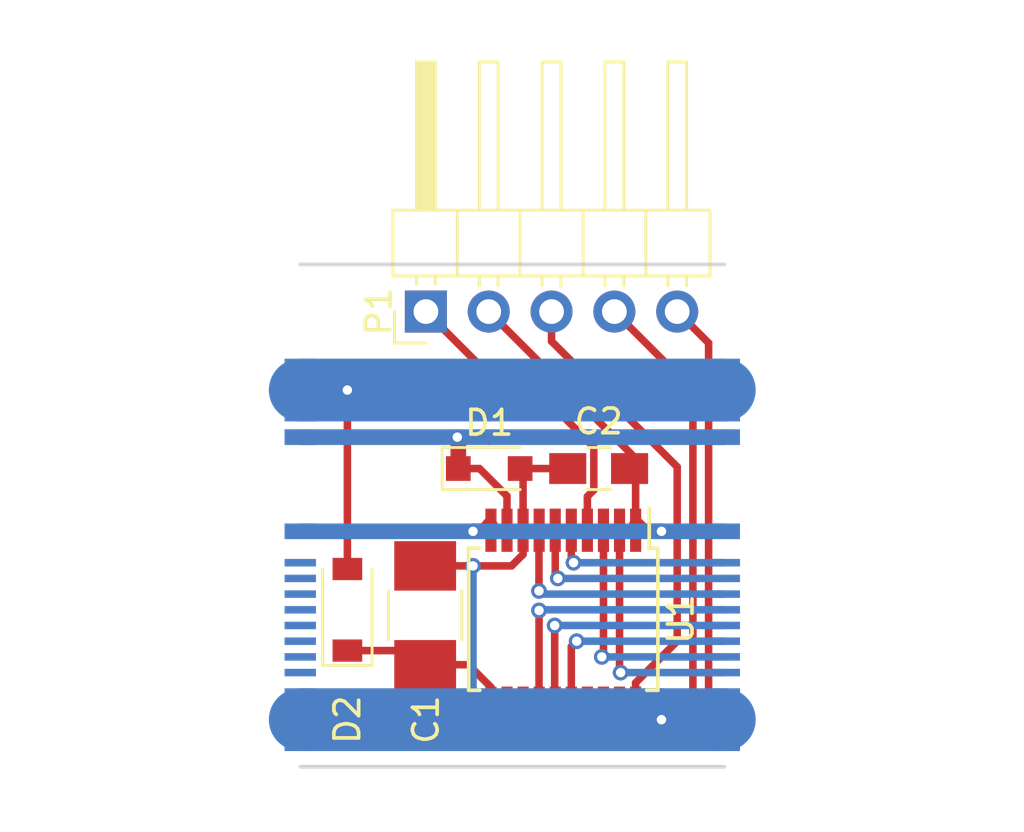
<source format=kicad_pcb>
(kicad_pcb (version 20221018) (generator pcbnew)
  (layers (0 "F.Cu" signal) (31 "B.Cu" signal) (34 "B.Paste" user) (35 "F.Paste" user) (36 "B.SilkS" user "B.Silkscreen") (37 "F.SilkS" user "F.Silkscreen") (38 "B.Mask" user) (39 "F.Mask" user) (44 "Edge.Cuts" user))
  (net 0 "")
  (net 1 "Net-(C1-Pad1)")
  (net 2 "GND")
  (net 3 "+5V")
  (net 4 "/LBUS")
  (net 5 "+12V")
  (net 6 "//MCLR")
  (net 7 "/ICSPDAT")
  (net 8 "/ICSPCLK")
  (net 9 "/RA5")
  (net 10 "/RA4")
  (net 11 "/RC5")
  (net 12 "/RC4")
  (net 13 "/RC3")
  (net 14 "Net-(U1-Pad12)")
  (net 15 "/RC2")
  (net 16 "/RC1")
  (net 17 "/RC0")
  (footprint "Capacitors_SMD:C_1210_HandSoldering" (layer "F.Cu") (at 131.415151 116.427741 90)
    (fp_text reference "C1" (at -4.222259 0.029849 90) (layer "F.SilkS"))
    (fp_text value "10uF")
    (fp_line (start -1 1.48) (end 1 1.48) (stroke (width 0.12)) (layer "F.SilkS"))
    (fp_line (start 1 -1.48) (end -1 -1.48) (stroke (width 0.12)) (layer "F.SilkS"))
    (pad "1" smd rect (at -2 0 90) (size 2 2.5) (layers "F.Cu" "F.Paste" "F.Mask") (net 1 "Net-(C1-Pad1)"))
    (pad "2" smd rect (at 2 0 90) (size 2 2.5) (layers "F.Cu" "F.Paste" "F.Mask") (net 2 "GND"))
  )
  (footprint "Capacitors_SMD:C_0805_HandSoldering" (layer "F.Cu") (at 138.43 110.49 180)
    (fp_text reference "C2" (at 0 1.905 180) (layer "F.SilkS"))
    (fp_text value "1uF")
    (fp_line (start -0.5 0.85) (end 0.5 0.85) (stroke (width 0.12)) (layer "F.SilkS"))
    (fp_line (start 0.5 -0.85) (end -0.5 -0.85) (stroke (width 0.12)) (layer "F.SilkS"))
    (pad "1" smd rect (at -1.25 0 180) (size 1.5 1.25) (layers "F.Cu" "F.Paste" "F.Mask") (net 3 "+5V"))
    (pad "2" smd rect (at 1.25 0 180) (size 1.5 1.25) (layers "F.Cu" "F.Paste" "F.Mask") (net 2 "GND"))
  )
  (footprint "Diodes_SMD:D_SOD-323_HandSoldering" (layer "F.Cu") (at 134.005 110.49)
    (fp_text reference "D1" (at 0 -1.85) (layer "F.SilkS"))
    (fp_text value "RSB36V")
    (fp_line (start -1.9 -0.85) (end -1.9 0.85) (stroke (width 0.12)) (layer "F.SilkS"))
    (fp_line (start -1.9 -0.85) (end 1.25 -0.85) (stroke (width 0.12)) (layer "F.SilkS"))
    (fp_line (start -1.9 0.85) (end 1.25 0.85) (stroke (width 0.12)) (layer "F.SilkS"))
    (pad "1" smd rect (at -1.25 0) (size 1 1) (layers "F.Cu" "F.Paste" "F.Mask") (net 4 "/LBUS"))
    (pad "2" smd rect (at 1.25 0) (size 1 1) (layers "F.Cu" "F.Paste" "F.Mask") (net 2 "GND"))
  )
  (footprint "Diodes_SMD:D_SOD-123" (layer "F.Cu") (at 128.27 116.205 90)
    (fp_text reference "D2" (at -4.445 0 90) (layer "F.SilkS"))
    (fp_text value "1N4148W-7-F")
    (fp_line (start -2.25 -1) (end -2.25 1) (stroke (width 0.12)) (layer "F.SilkS"))
    (fp_line (start -2.25 -1) (end 1.65 -1) (stroke (width 0.12)) (layer "F.SilkS"))
    (fp_line (start -2.25 1) (end 1.65 1) (stroke (width 0.12)) (layer "F.SilkS"))
    (pad "1" smd rect (at -1.65 0 90) (size 0.9 1.2) (layers "F.Cu" "F.Paste" "F.Mask") (net 1 "Net-(C1-Pad1)"))
    (pad "2" smd rect (at 1.65 0 90) (size 0.9 1.2) (layers "F.Cu" "F.Paste" "F.Mask") (net 5 "+12V"))
  )
  (footprint "Pin_Headers:Pin_Header_Angled_1x05_Pitch2.54mm" (layer "F.Cu") (at 131.445 104.14 90)
    (fp_text reference "P1" (at 0 -1.905 90) (layer "F.SilkS"))
    (fp_text value "MOLEX-22-28-6050")
    (fp_line (start -1.27 -1.27) (end 0 -1.27) (stroke (width 0.12)) (layer "F.SilkS"))
    (fp_line (start -1.27 0) (end -1.27 -1.27) (stroke (width 0.12)) (layer "F.SilkS"))
    (fp_line (start 1.042929 2.16) (end 1.44 2.16) (stroke (width 0.12)) (layer "F.SilkS"))
    (fp_line (start 1.042929 2.92) (end 1.44 2.92) (stroke (width 0.12)) (layer "F.SilkS"))
    (fp_line (start 1.042929 4.7) (end 1.44 4.7) (stroke (width 0.12)) (layer "F.SilkS"))
    (fp_line (start 1.042929 5.46) (end 1.44 5.46) (stroke (width 0.12)) (layer "F.SilkS"))
    (fp_line (start 1.042929 7.24) (end 1.44 7.24) (stroke (width 0.12)) (layer "F.SilkS"))
    (fp_line (start 1.042929 8) (end 1.44 8) (stroke (width 0.12)) (layer "F.SilkS"))
    (fp_line (start 1.042929 9.78) (end 1.44 9.78) (stroke (width 0.12)) (layer "F.SilkS"))
    (fp_line (start 1.042929 10.54) (end 1.44 10.54) (stroke (width 0.12)) (layer "F.SilkS"))
    (fp_line (start 1.11 -0.38) (end 1.44 -0.38) (stroke (width 0.12)) (layer "F.SilkS"))
    (fp_line (start 1.11 0.38) (end 1.44 0.38) (stroke (width 0.12)) (layer "F.SilkS"))
    (fp_line (start 1.44 -1.33) (end 1.44 11.49) (stroke (width 0.12)) (layer "F.SilkS"))
    (fp_line (start 1.44 1.27) (end 4.1 1.27) (stroke (width 0.12)) (layer "F.SilkS"))
    (fp_line (start 1.44 3.81) (end 4.1 3.81) (stroke (width 0.12)) (layer "F.SilkS"))
    (fp_line (start 1.44 6.35) (end 4.1 6.35) (stroke (width 0.12)) (layer "F.SilkS"))
    (fp_line (start 1.44 8.89) (end 4.1 8.89) (stroke (width 0.12)) (layer "F.SilkS"))
    (fp_line (start 1.44 11.49) (end 4.1 11.49) (stroke (width 0.12)) (layer "F.SilkS"))
    (fp_line (start 4.1 -1.33) (end 1.44 -1.33) (stroke (width 0.12)) (layer "F.SilkS"))
    (fp_line (start 4.1 -0.38) (end 10.1 -0.38) (stroke (width 0.12)) (layer "F.SilkS"))
    (fp_line (start 4.1 -0.32) (end 10.1 -0.32) (stroke (width 0.12)) (layer "F.SilkS"))
    (fp_line (start 4.1 -0.2) (end 10.1 -0.2) (stroke (width 0.12)) (layer "F.SilkS"))
    (fp_line (start 4.1 -0.08) (end 10.1 -0.08) (stroke (width 0.12)) (layer "F.SilkS"))
    (fp_line (start 4.1 0.04) (end 10.1 0.04) (stroke (width 0.12)) (layer "F.SilkS"))
    (fp_line (start 4.1 0.16) (end 10.1 0.16) (stroke (width 0.12)) (layer "F.SilkS"))
    (fp_line (start 4.1 0.28) (end 10.1 0.28) (stroke (width 0.12)) (layer "F.SilkS"))
    (fp_line (start 4.1 2.16) (end 10.1 2.16) (stroke (width 0.12)) (layer "F.SilkS"))
    (fp_line (start 4.1 4.7) (end 10.1 4.7) (stroke (width 0.12)) (layer "F.SilkS"))
    (fp_line (start 4.1 7.24) (end 10.1 7.24) (stroke (width 0.12)) (layer "F.SilkS"))
    (fp_line (start 4.1 9.78) (end 10.1 9.78) (stroke (width 0.12)) (layer "F.SilkS"))
    (fp_line (start 4.1 11.49) (end 4.1 -1.33) (stroke (width 0.12)) (layer "F.SilkS"))
    (fp_line (start 10.1 -0.38) (end 10.1 0.38) (stroke (width 0.12)) (layer "F.SilkS"))
    (fp_line (start 10.1 0.38) (end 4.1 0.38) (stroke (width 0.12)) (layer "F.SilkS"))
    (fp_line (start 10.1 2.16) (end 10.1 2.92) (stroke (width 0.12)) (layer "F.SilkS"))
    (fp_line (start 10.1 2.92) (end 4.1 2.92) (stroke (width 0.12)) (layer "F.SilkS"))
    (fp_line (start 10.1 4.7) (end 10.1 5.46) (stroke (width 0.12)) (layer "F.SilkS"))
    (fp_line (start 10.1 5.46) (end 4.1 5.46) (stroke (width 0.12)) (layer "F.SilkS"))
    (fp_line (start 10.1 7.24) (end 10.1 8) (stroke (width 0.12)) (layer "F.SilkS"))
    (fp_line (start 10.1 8) (end 4.1 8) (stroke (width 0.12)) (layer "F.SilkS"))
    (fp_line (start 10.1 9.78) (end 10.1 10.54) (stroke (width 0.12)) (layer "F.SilkS"))
    (fp_line (start 10.1 10.54) (end 4.1 10.54) (stroke (width 0.12)) (layer "F.SilkS"))
    (pad "1" thru_hole rect (at 0 0 90) (size 1.7 1.7) (drill 1) (layers "*.Cu" "*.Mask") (net 6 "//MCLR"))
    (pad "2" thru_hole oval (at 0 2.54 90) (size 1.7 1.7) (drill 1) (layers "*.Cu" "*.Mask") (net 3 "+5V"))
    (pad "3" thru_hole oval (at 0 5.08 90) (size 1.7 1.7) (drill 1) (layers "*.Cu" "*.Mask") (net 2 "GND"))
    (pad "4" thru_hole oval (at 0 7.62 90) (size 1.7 1.7) (drill 1) (layers "*.Cu" "*.Mask") (net 7 "/ICSPDAT"))
    (pad "5" thru_hole oval (at 0 10.16 90) (size 1.7 1.7) (drill 1) (layers "*.Cu" "*.Mask") (net 8 "/ICSPCLK"))
  )
  (footprint "Housings_SSOP:SSOP-20_5.3x7.2mm_Pitch0.65mm" (layer "F.Cu") (at 136.999151 116.586 -90)
    (fp_text reference "U1" (at 0 -4.75 270) (layer "F.SilkS"))
    (fp_text value "PIC16F1829LIN")
    (fp_line (start -2.875 -3.825) (end -2.875 -3.475) (stroke (width 0.15)) (layer "F.SilkS"))
    (fp_line (start -2.875 -3.825) (end 2.875 -3.825) (stroke (width 0.15)) (layer "F.SilkS"))
    (fp_line (start -2.875 -3.475) (end -4.475 -3.475) (stroke (width 0.15)) (layer "F.SilkS"))
    (fp_line (start -2.875 3.825) (end -2.875 3.375) (stroke (width 0.15)) (layer "F.SilkS"))
    (fp_line (start -2.875 3.825) (end 2.875 3.825) (stroke (width 0.15)) (layer "F.SilkS"))
    (fp_line (start 2.875 -3.825) (end 2.875 -3.375) (stroke (width 0.15)) (layer "F.SilkS"))
    (fp_line (start 2.875 3.825) (end 2.875 3.375) (stroke (width 0.15)) (layer "F.SilkS"))
    (pad "1" smd rect (at -3.6 -2.925 270) (size 1.75 0.45) (layers "F.Cu" "F.Paste" "F.Mask") (net 3 "+5V"))
    (pad "2" smd rect (at -3.6 -2.275 270) (size 1.75 0.45) (layers "F.Cu" "F.Paste" "F.Mask") (net 9 "/RA5"))
    (pad "3" smd rect (at -3.6 -1.625 270) (size 1.75 0.45) (layers "F.Cu" "F.Paste" "F.Mask") (net 10 "/RA4"))
    (pad "4" smd rect (at -3.6 -0.975 270) (size 1.75 0.45) (layers "F.Cu" "F.Paste" "F.Mask") (net 6 "//MCLR"))
    (pad "5" smd rect (at -3.6 -0.325 270) (size 1.75 0.45) (layers "F.Cu" "F.Paste" "F.Mask") (net 11 "/RC5"))
    (pad "6" smd rect (at -3.6 0.325 270) (size 1.75 0.45) (layers "F.Cu" "F.Paste" "F.Mask") (net 12 "/RC4"))
    (pad "7" smd rect (at -3.6 0.975 270) (size 1.75 0.45) (layers "F.Cu" "F.Paste" "F.Mask") (net 13 "/RC3"))
    (pad "8" smd rect (at -3.6 1.625 270) (size 1.75 0.45) (layers "F.Cu" "F.Paste" "F.Mask") (net 2 "GND"))
    (pad "9" smd rect (at -3.6 2.275 270) (size 1.75 0.45) (layers "F.Cu" "F.Paste" "F.Mask") (net 4 "/LBUS"))
    (pad "10" smd rect (at -3.6 2.925 270) (size 1.75 0.45) (layers "F.Cu" "F.Paste" "F.Mask") (net 3 "+5V"))
    (pad "11" smd rect (at 3.6 2.925 270) (size 1.75 0.45) (layers "F.Cu" "F.Paste" "F.Mask") (net 1 "Net-(C1-Pad1)"))
    (pad "12" smd rect (at 3.6 2.275 270) (size 1.75 0.45) (layers "F.Cu" "F.Paste" "F.Mask") (net 14 "Net-(U1-Pad12)"))
    (pad "13" smd rect (at 3.6 1.625 270) (size 1.75 0.45) (layers "F.Cu" "F.Paste" "F.Mask") (net 14 "Net-(U1-Pad12)"))
    (pad "14" smd rect (at 3.6 0.975 270) (size 1.75 0.45) (layers "F.Cu" "F.Paste" "F.Mask") (net 15 "/RC2"))
    (pad "15" smd rect (at 3.6 0.325 270) (size 1.75 0.45) (layers "F.Cu" "F.Paste" "F.Mask") (net 16 "/RC1"))
    (pad "16" smd rect (at 3.6 -0.325 270) (size 1.75 0.45) (layers "F.Cu" "F.Paste" "F.Mask") (net 17 "/RC0"))
    (pad "17" smd rect (at 3.6 -0.975 270) (size 1.75 0.45) (layers "F.Cu" "F.Paste" "F.Mask"))
    (pad "18" smd rect (at 3.6 -1.625 270) (size 1.75 0.45) (layers "F.Cu" "F.Paste" "F.Mask") (net 8 "/ICSPCLK"))
    (pad "19" smd rect (at 3.6 -2.275 270) (size 1.75 0.45) (layers "F.Cu" "F.Paste" "F.Mask") (net 7 "/ICSPDAT"))
    (pad "20" smd rect (at 3.6 -2.925 270) (size 1.75 0.45) (layers "F.Cu" "F.Paste" "F.Mask") (net 2 "GND"))
  )
  (footprint "interface:interface" (layer "F.Cu") (at 126.365 102.87)
    (fp_text reference "X1" hide)
    (fp_text value "interface" hide)
    (pad "1" smd rect (at 0 4.445) (size 1.27 2.54) (layers "B.Cu") (net 5 "+12V"))
    (pad "2" smd rect (at 0 17.78) (size 1.27 2.54) (layers "B.Cu") (net 2 "GND"))
    (pad "3" smd rect (at 0 6.35) (size 1.27 0.635) (layers "B.Cu") (net 4 "/LBUS"))
    (pad "4" smd rect (at 0 10.16) (size 1.27 0.635) (layers "B.Cu") (net 3 "+5V"))
    (pad "5" smd rect (at 0 11.43) (size 1.27 0.3048) (layers "B.Cu"))
    (pad "6" smd rect (at 0 12.065) (size 1.27 0.3048) (layers "B.Cu"))
    (pad "7" smd rect (at 0 12.7) (size 1.27 0.3048) (layers "B.Cu"))
    (pad "8" smd rect (at 0 13.335) (size 1.27 0.3048) (layers "B.Cu"))
    (pad "9" smd rect (at 0 13.97) (size 1.27 0.3048) (layers "B.Cu"))
    (pad "10" smd rect (at 0 14.605) (size 1.27 0.3048) (layers "B.Cu"))
    (pad "11" smd rect (at 0 15.24) (size 1.27 0.3048) (layers "B.Cu"))
    (pad "12" smd rect (at 0 15.875) (size 1.27 0.3048) (layers "B.Cu"))
  )
  (footprint "interface:interface" (layer "F.Cu") (at 143.51 102.87)
    (fp_text reference "X2" hide)
    (fp_text value "interface" hide)
    (pad "1" smd rect (at 0 4.445) (size 1.27 2.54) (layers "B.Cu") (net 5 "+12V"))
    (pad "2" smd rect (at 0 17.78) (size 1.27 2.54) (layers "B.Cu") (net 2 "GND"))
    (pad "3" smd rect (at 0 6.35) (size 1.27 0.635) (layers "B.Cu") (net 4 "/LBUS"))
    (pad "4" smd rect (at 0 10.16) (size 1.27 0.635) (layers "B.Cu") (net 3 "+5V"))
    (pad "5" smd rect (at 0 11.43) (size 1.27 0.3048) (layers "B.Cu") (net 11 "/RC5"))
    (pad "6" smd rect (at 0 12.065) (size 1.27 0.3048) (layers "B.Cu") (net 12 "/RC4"))
    (pad "7" smd rect (at 0 12.7) (size 1.27 0.3048) (layers "B.Cu") (net 13 "/RC3"))
    (pad "8" smd rect (at 0 13.335) (size 1.27 0.3048) (layers "B.Cu") (net 15 "/RC2"))
    (pad "9" smd rect (at 0 13.97) (size 1.27 0.3048) (layers "B.Cu") (net 16 "/RC1"))
    (pad "10" smd rect (at 0 14.605) (size 1.27 0.3048) (layers "B.Cu") (net 17 "/RC0"))
    (pad "11" smd rect (at 0 15.24) (size 1.27 0.3048) (layers "B.Cu") (net 10 "/RA4"))
    (pad "12" smd rect (at 0 15.875) (size 1.27 0.3048) (layers "B.Cu") (net 9 "/RA5"))
  )
  (gr_line (start 126.365 122.555) (end 143.51 122.555) (stroke (width 0.15)) (layer "Edge.Cuts"))
  (gr_line (start 143.51 102.235) (end 126.365 102.235) (stroke (width 0.15)) (layer "Edge.Cuts"))
  (segment (start 128.27 117.855) (end 130.84241 117.855) (width 0.3048) (layer "F.Cu") (net 1))
  (segment (start 131.150115 118.692777) (end 131.415151 118.427741) (width 0.3048) (layer "F.Cu") (net 1))
  (segment (start 134.074151 119.983741) (end 134.074151 119.333741) (width 0.3048) (layer "F.Cu") (net 1))
  (segment (start 133.168151 118.427741) (end 132.969951 118.427741) (width 0.3048) (layer "F.Cu") (net 1))
  (segment (start 134.074151 119.333741) (end 133.168151 118.427741) (width 0.3048) (layer "F.Cu") (net 1))
  (segment (start 130.84241 117.855) (end 131.415151 118.427741) (width 0.3048) (layer "F.Cu") (net 1))
  (segment (start 132.969951 118.427741) (end 131.415151 118.427741) (width 0.3048) (layer "F.Cu") (net 1))
  (segment (start 131.415151 114.427741) (end 133.35 114.427741) (width 0.3048) (layer "F.Cu") (net 2))
  (segment (start 136.525 105.342081) (end 141.605 110.422081) (width 0.3048) (layer "F.Cu") (net 2))
  (segment (start 141.605 110.422081) (end 141.605 117.475) (width 0.3048) (layer "F.Cu") (net 2))
  (segment (start 139.924151 119.155849) (end 139.924151 119.983741) (width 0.3048) (layer "F.Cu") (net 2))
  (segment (start 137.18 110.49) (end 135.255 110.49) (width 0.3048) (layer "F.Cu") (net 2))
  (segment (start 136.525 104.14) (end 136.525 105.342081) (width 0.3048) (layer "F.Cu") (net 2))
  (segment (start 135.374151 113.963541) (end 135.374151 112.783741) (width 0.3048) (layer "F.Cu") (net 2))
  (segment (start 141.605 117.475) (end 139.924151 119.155849) (width 0.3048) (layer "F.Cu") (net 2))
  (segment (start 134.909951 114.427741) (end 135.374151 113.963541) (width 0.3048) (layer "F.Cu") (net 2))
  (segment (start 135.374151 112.783741) (end 135.374151 110.609151) (width 0.3048) (layer "F.Cu") (net 2))
  (segment (start 140.453951 119.983741) (end 140.97 120.49979) (width 0.3048) (layer "F.Cu") (net 2))
  (segment (start 139.924151 119.983741) (end 140.453951 119.983741) (width 0.3048) (layer "F.Cu") (net 2))
  (segment (start 135.374151 110.609151) (end 135.255 110.49) (width 0.3048) (layer "F.Cu") (net 2))
  (segment (start 133.35 114.427741) (end 134.909951 114.427741) (width 0.3048) (layer "F.Cu") (net 2))
  (segment (start 140.97 120.49979) (end 140.97 120.649986) (width 0.3048) (layer "F.Cu") (net 2))
  (via (at 140.97 120.649986) (size 0.635) (drill 0.381) (layers "F.Cu" "B.Cu") (net 2))
  (via (at 133.35 114.427741) (size 0.635) (drill 0.381) (layers "F.Cu" "B.Cu") (net 2))
  (segment (start 140.520988 120.649986) (end 140.97 120.649986) (width 2.54) (layer "B.Cu") (net 2))
  (segment (start 133.350014 120.649986) (end 140.520988 120.649986) (width 2.54) (layer "B.Cu") (net 2))
  (segment (start 143.51 120.65) (end 140.970014 120.65) (width 2.54) (layer "B.Cu") (net 2))
  (segment (start 133.35 120.65) (end 126.365 120.65) (width 2.54) (layer "B.Cu") (net 2))
  (segment (start 140.970014 120.65) (end 140.97 120.649986) (width 2.54) (layer "B.Cu") (net 2))
  (segment (start 133.35 120.65) (end 133.350014 120.649986) (width 2.54) (layer "B.Cu") (net 2))
  (segment (start 133.35 120.65) (end 133.35 114.427741) (width 0.3048) (layer "B.Cu") (net 2))
  (segment (start 133.35 113.03) (end 133.799012 113.03) (width 0.635) (layer "F.Cu") (net 3))
  (segment (start 139.924151 110.079151) (end 139.924151 112.783741) (width 0.3048) (layer "F.Cu") (net 3))
  (segment (start 134.02925 112.799762) (end 134.02925 112.783741) (width 0.635) (layer "F.Cu") (net 3))
  (segment (start 133.799012 113.03) (end 134.02925 112.799762) (width 0.635) (layer "F.Cu") (net 3))
  (segment (start 140.215311 113.03) (end 139.969052 112.783741) (width 0.635) (layer "F.Cu") (net 3))
  (segment (start 133.985 104.14) (end 139.924151 110.079151) (width 0.3048) (layer "F.Cu") (net 3))
  (segment (start 140.97 113.03) (end 140.215311 113.03) (width 0.635) (layer "F.Cu") (net 3))
  (via (at 133.35 113.03) (size 0.635) (drill 0.381) (layers "F.Cu" "B.Cu") (net 3))
  (via (at 140.97 113.03) (size 0.635) (drill 0.381) (layers "F.Cu" "B.Cu") (net 3))
  (segment (start 126.365 113.03) (end 133.35 113.03) (width 0.635) (layer "B.Cu") (net 3))
  (segment (start 143.51 113.03) (end 140.97 113.03) (width 0.635) (layer "B.Cu") (net 3))
  (segment (start 140.97 113.03) (end 133.35 113.03) (width 0.635) (layer "B.Cu") (net 3))
  (segment (start 134.724151 112.783741) (end 134.724151 111.603941) (width 0.3048) (layer "F.Cu") (net 4))
  (segment (start 133.5598 110.49) (end 132.755 110.49) (width 0.3048) (layer "F.Cu") (net 4))
  (segment (start 132.755 110.49) (end 132.755 109.26) (width 0.635) (layer "F.Cu") (net 4))
  (segment (start 132.755 109.26) (end 132.715 109.22) (width 0.635) (layer "F.Cu") (net 4))
  (segment (start 133.61021 110.49) (end 133.5598 110.49) (width 0.3048) (layer "F.Cu") (net 4))
  (segment (start 134.724151 111.603941) (end 133.61021 110.49) (width 0.3048) (layer "F.Cu") (net 4))
  (via (at 132.715 109.22) (size 0.635) (drill 0.381) (layers "F.Cu" "B.Cu") (net 4))
  (segment (start 133.985 109.22) (end 132.715 109.22) (width 0.635) (layer "B.Cu") (net 4))
  (segment (start 143.51 109.22) (end 133.985 109.22) (width 0.635) (layer "B.Cu") (net 4))
  (segment (start 132.715 109.22) (end 126.365 109.22) (width 0.635) (layer "B.Cu") (net 4))
  (segment (start 128.27 114.555) (end 128.27 107.315) (width 0.3048) (layer "F.Cu") (net 5))
  (via (at 128.27 107.315) (size 0.635) (drill 0.381) (layers "F.Cu" "B.Cu") (net 5))
  (segment (start 126.365 107.315) (end 128.27 107.315) (width 2.54) (layer "B.Cu") (net 5))
  (segment (start 143.51 107.315) (end 128.27 107.315) (width 2.54) (layer "B.Cu") (net 5))
  (segment (start 138.234801 109.621159) (end 136.563642 107.95) (width 0.3048) (layer "F.Cu") (net 6))
  (segment (start 131.703642 104.14) (end 131.445 104.14) (width 0.3048) (layer "F.Cu") (net 6))
  (segment (start 137.974151 112.783741) (end 137.974151 111.619491) (width 0.3048) (layer "F.Cu") (net 6))
  (segment (start 136.563642 107.95) (end 135.255 107.95) (width 0.3048) (layer "F.Cu") (net 6))
  (segment (start 135.255 107.95) (end 131.445 104.14) (width 0.3048) (layer "F.Cu") (net 6))
  (segment (start 137.974151 111.619491) (end 138.234801 111.358841) (width 0.3048) (layer "F.Cu") (net 6))
  (segment (start 138.234801 111.358841) (end 138.234801 109.621159) (width 0.3048) (layer "F.Cu") (net 6))
  (segment (start 139.382925 121.272315) (end 139.274151 121.163541) (width 0.3048) (layer "F.Cu") (net 7))
  (segment (start 139.274151 121.163541) (end 139.274151 119.983741) (width 0.3048) (layer "F.Cu") (net 7))
  (segment (start 141.268705 121.272315) (end 139.382925 121.272315) (width 0.3048) (layer "F.Cu") (net 7))
  (segment (start 142.24 107.315) (end 142.24 120.30102) (width 0.3048) (layer "F.Cu") (net 7))
  (segment (start 142.24 120.30102) (end 141.268705 121.272315) (width 0.3048) (layer "F.Cu") (net 7))
  (segment (start 139.065 104.14) (end 142.24 107.315) (width 0.3048) (layer "F.Cu") (net 7))
  (segment (start 140.97 104.14) (end 141.605 104.14) (width 0.3048) (layer "F.Cu") (net 8))
  (segment (start 138.624151 121.163541) (end 138.624151 119.983741) (width 0.3048) (layer "F.Cu") (net 8))
  (segment (start 142.875 120.65) (end 141.795476 121.729524) (width 0.3048) (layer "F.Cu") (net 8))
  (segment (start 139.190134 121.729524) (end 138.624151 121.163541) (width 0.3048) (layer "F.Cu") (net 8))
  (segment (start 141.795476 121.729524) (end 139.190134 121.729524) (width 0.3048) (layer "F.Cu") (net 8))
  (segment (start 141.605 104.14) (end 142.875 105.41) (width 0.3048) (layer "F.Cu") (net 8))
  (segment (start 142.875 105.41) (end 142.875 120.65) (width 0.3048) (layer "F.Cu") (net 8))
  (segment (start 139.274151 112.986) (end 139.274151 118.700151) (width 0.3048) (layer "F.Cu") (net 9))
  (segment (start 139.274151 112.783741) (end 139.319 112.82859) (width 0.3048) (layer "F.Cu") (net 9))
  (segment (start 139.274151 118.700151) (end 139.319 118.745) (width 0.3048) (layer "F.Cu") (net 9))
  (via (at 139.319 118.745) (size 0.635) (drill 0.381) (layers "F.Cu" "B.Cu") (net 9))
  (segment (start 143.51 118.745) (end 139.319 118.745) (width 0.3048) (layer "B.Cu") (net 9))
  (segment (start 138.624151 112.986) (end 138.624151 118.042849) (width 0.3048) (layer "F.Cu") (net 10))
  (segment (start 138.624151 118.042849) (end 138.557 118.11) (width 0.3048) (layer "F.Cu") (net 10))
  (via (at 138.557 118.11) (size 0.635) (drill 0.381) (layers "F.Cu" "B.Cu") (net 10))
  (segment (start 143.51 118.11) (end 138.557 118.11) (width 0.3048) (layer "B.Cu") (net 10))
  (segment (start 137.324151 112.986) (end 137.324151 114.210151) (width 0.3048) (layer "F.Cu") (net 11))
  (segment (start 137.324151 114.210151) (end 137.414 114.3) (width 0.3048) (layer "F.Cu") (net 11))
  (segment (start 137.324151 112.783741) (end 137.414 112.87359) (width 0.3048) (layer "F.Cu") (net 11))
  (via (at 137.414 114.3) (size 0.635) (drill 0.381) (layers "F.Cu" "B.Cu") (net 11))
  (segment (start 143.51 114.3) (end 137.414 114.3) (width 0.3048) (layer "B.Cu") (net 11))
  (segment (start 136.674151 114.830149) (end 136.779002 114.935) (width 0.3048) (layer "F.Cu") (net 12))
  (segment (start 136.674151 112.986) (end 136.674151 114.830149) (width 0.3048) (layer "F.Cu") (net 12))
  (via (at 136.779002 114.935) (size 0.635) (drill 0.381) (layers "F.Cu" "B.Cu") (net 12))
  (segment (start 143.51 114.935) (end 136.779002 114.935) (width 0.3048) (layer "B.Cu") (net 12))
  (segment (start 136.017 112.790892) (end 136.017 114.993988) (width 0.3048) (layer "F.Cu") (net 13))
  (segment (start 136.017 114.993988) (end 136.017 115.443) (width 0.3048) (layer "F.Cu") (net 13))
  (segment (start 136.024151 112.783741) (end 136.017 112.790892) (width 0.3048) (layer "F.Cu") (net 13))
  (via (at 136.017 115.443) (size 0.635) (drill 0.381) (layers "F.Cu" "B.Cu") (net 13))
  (segment (start 136.144 115.57) (end 136.017 115.443) (width 0.3048) (layer "B.Cu") (net 13))
  (segment (start 143.51 115.57) (end 136.144 115.57) (width 0.3048) (layer "B.Cu") (net 13))
  (segment (start 135.374151 119.983741) (end 134.724151 119.983741) (width 0.3048) (layer "F.Cu") (net 14))
  (segment (start 136.024151 119.983741) (end 136.019482 119.979072) (width 0.3048) (layer "F.Cu") (net 15))
  (segment (start 136.019482 116.67942) (end 136.019482 116.230408) (width 0.3048) (layer "F.Cu") (net 15))
  (segment (start 136.019482 119.979072) (end 136.019482 116.67942) (width 0.3048) (layer "F.Cu") (net 15))
  (via (at 136.019482 116.230408) (size 0.635) (drill 0.381) (layers "F.Cu" "B.Cu") (net 15))
  (segment (start 136.04489 116.205) (end 136.019482 116.230408) (width 0.3048) (layer "B.Cu") (net 15))
  (segment (start 143.51 116.205) (end 136.04489 116.205) (width 0.3048) (layer "B.Cu") (net 15))
  (segment (start 136.674151 119.983741) (end 136.652 119.96159) (width 0.3048) (layer "F.Cu") (net 16))
  (segment (start 136.652 117.289012) (end 136.652 116.84) (width 0.3048) (layer "F.Cu") (net 16))
  (segment (start 136.652 119.96159) (end 136.652 117.289012) (width 0.3048) (layer "F.Cu") (net 16))
  (via (at 136.652 116.84) (size 0.635) (drill 0.381) (layers "F.Cu" "B.Cu") (net 16))
  (segment (start 143.51 116.84) (end 136.652 116.84) (width 0.3048) (layer "B.Cu") (net 16))
  (segment (start 137.324151 119.983741) (end 137.324151 117.691849) (width 0.3048) (layer "F.Cu") (net 17))
  (segment (start 137.324151 117.691849) (end 137.541 117.475) (width 0.3048) (layer "F.Cu") (net 17))
  (segment (start 137.541 117.475) (end 137.541 117.475004) (width 0.3048) (layer "F.Cu") (net 17))
  (via (at 137.541 117.475004) (size 0.635) (drill 0.381) (layers "F.Cu" "B.Cu") (net 17))
  (segment (start 137.541004 117.475) (end 137.541 117.475004) (width 0.3048) (layer "B.Cu") (net 17))
  (segment (start 143.51 117.475) (end 137.541004 117.475) (width 0.3048) (layer "B.Cu") (net 17))
)
</source>
